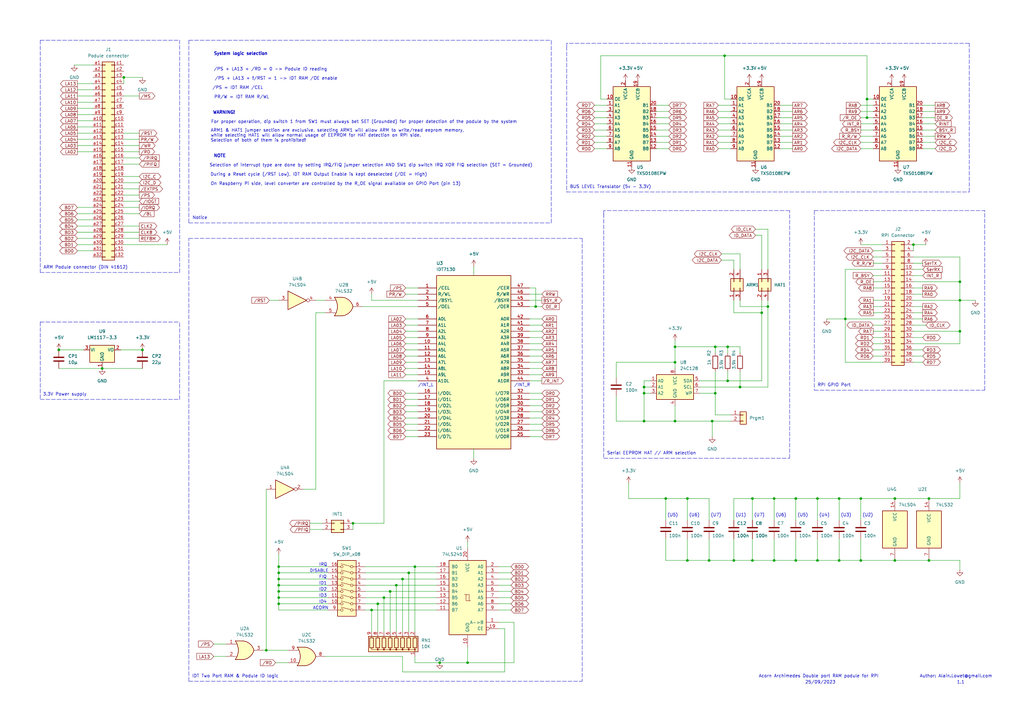
<source format=kicad_sch>
(kicad_sch (version 20211123) (generator eeschema)
  (paper "A3")
  (junction (at 162.56 240.03))
  (junction (at 58.42 143.51))
  (junction (at 114.3 247.65))
  (junction (at 293.37 161.29))
  (junction (at 114.3 237.49))
  (junction (at 335.28 229.87))
  (junction (at 300.99 229.87))
  (junction (at 50.8 31.75))
  (junction (at 298.45 142.24))
  (junction (at 170.18 232.41))
  (junction (at 298.45 156.21))
  (junction (at 290.83 229.87))
  (junction (at 281.94 229.87))
  (junction (at 374.65 100.33))
  (junction (at 326.39 204.47))
  (junction (at 165.1 237.49))
  (junction (at 114.3 240.03))
  (junction (at 276.86 172.72))
  (junction (at 276.86 142.24))
  (junction (at 355.6 48.26))
  (junction (at 355.6 40.64))
  (junction (at 219.71 125.73))
  (junction (at 154.94 247.65))
  (junction (at 281.94 204.47))
  (junction (at 152.4 250.19))
  (junction (at 393.7 115.57))
  (junction (at 308.61 229.87))
  (junction (at 292.1 172.72))
  (junction (at 393.7 135.89))
  (junction (at 317.5 229.87))
  (junction (at 114.3 245.11))
  (junction (at 114.3 232.41))
  (junction (at 144.78 214.63))
  (junction (at 381 204.47))
  (junction (at 297.18 22.86))
  (junction (at 160.02 242.57))
  (junction (at 346.71 130.81))
  (junction (at 344.17 229.87))
  (junction (at 191.77 271.78))
  (junction (at 344.17 204.47))
  (junction (at 317.5 204.47))
  (junction (at 276.86 148.59))
  (junction (at 312.42 128.27))
  (junction (at 264.16 172.72))
  (junction (at 273.05 204.47))
  (junction (at 264.16 161.29))
  (junction (at 314.96 125.73))
  (junction (at 293.37 142.24))
  (junction (at 167.64 234.95))
  (junction (at 180.34 271.78))
  (junction (at 109.22 266.7))
  (junction (at 24.13 143.51))
  (junction (at 114.3 242.57))
  (junction (at 303.53 158.75))
  (junction (at 367.03 204.47))
  (junction (at 367.03 229.87))
  (junction (at 114.3 234.95))
  (junction (at 393.7 123.19))
  (junction (at 326.39 229.87))
  (junction (at 353.06 204.47))
  (junction (at 157.48 245.11))
  (junction (at 335.28 204.47))
  (junction (at 381 229.87))
  (junction (at 353.06 229.87))
  (junction (at 308.61 204.47))
  (junction (at 41.91 151.13))
  (junction (at 264.16 158.75))
  (wire (pts (xy 358.14 102.87) (xy 361.95 102.87)))
  (wire (pts (xy 50.8 62.23) (xy 57.15 62.23)))
  (wire (pts (xy 374.65 118.11) (xy 378.46 118.11)))
  (wire (pts (xy 393.7 140.97) (xy 393.7 135.89)))
  (wire (pts (xy 339.09 130.81) (xy 346.71 130.81)))
  (wire (pts (xy 374.65 148.59) (xy 378.46 148.59)))
  (wire (pts (xy 276.86 172.72) (xy 292.1 172.72)))
  (polyline (pts (xy 226.06 91.44) (xy 226.06 16.51)))
  (wire (pts (xy 353.06 43.18) (xy 358.14 43.18)))
  (wire (pts (xy 309.88 93.98) (xy 314.96 93.98)))
  (wire (pts (xy 134.62 245.11) (xy 114.3 245.11)))
  (wire (pts (xy 353.06 50.8) (xy 358.14 50.8)))
  (wire (pts (xy 243.84 50.8) (xy 248.92 50.8)))
  (wire (pts (xy 287.02 161.29) (xy 293.37 161.29)))
  (wire (pts (xy 154.94 247.65) (xy 179.07 247.65)))
  (wire (pts (xy 393.7 233.68) (xy 393.7 229.87)))
  (wire (pts (xy 166.37 168.91) (xy 171.45 168.91)))
  (polyline (pts (xy 232.41 17.78) (xy 232.41 19.05)))
  (wire (pts (xy 243.84 58.42) (xy 248.92 58.42)))
  (wire (pts (xy 273.05 229.87) (xy 273.05 220.98)))
  (wire (pts (xy 358.14 113.03) (xy 361.95 113.03)))
  (polyline (pts (xy 334.01 160.02) (xy 403.86 160.02)))
  (wire (pts (xy 31.75 59.69) (xy 38.1 59.69)))
  (wire (pts (xy 24.13 143.51) (xy 34.29 143.51)))
  (wire (pts (xy 378.46 55.88) (xy 383.54 55.88)))
  (polyline (pts (xy 334.01 86.36) (xy 403.86 86.36)))
  (wire (pts (xy 308.61 204.47) (xy 308.61 213.36)))
  (polyline (pts (xy 16.51 132.08) (xy 16.51 163.83)))
  (wire (pts (xy 367.03 204.47) (xy 381 204.47)))
  (wire (pts (xy 326.39 204.47) (xy 326.39 213.36)))
  (wire (pts (xy 303.53 158.75) (xy 314.96 158.75)))
  (wire (pts (xy 374.65 120.65) (xy 378.46 120.65)))
  (wire (pts (xy 217.17 179.07) (xy 222.25 179.07)))
  (wire (pts (xy 31.75 92.71) (xy 38.1 92.71)))
  (wire (pts (xy 166.37 138.43) (xy 171.45 138.43)))
  (wire (pts (xy 129.54 200.66) (xy 129.54 128.27)))
  (polyline (pts (xy 77.47 16.51) (xy 77.47 91.44)))
  (wire (pts (xy 294.64 53.34) (xy 299.72 53.34)))
  (wire (pts (xy 374.65 128.27) (xy 378.46 128.27)))
  (wire (pts (xy 290.83 213.36) (xy 290.83 204.47)))
  (wire (pts (xy 166.37 135.89) (xy 171.45 135.89)))
  (polyline (pts (xy 403.86 160.02) (xy 403.86 86.36)))
  (wire (pts (xy 300.99 128.27) (xy 312.42 128.27)))
  (wire (pts (xy 109.22 200.66) (xy 109.22 266.7)))
  (wire (pts (xy 335.28 229.87) (xy 326.39 229.87)))
  (wire (pts (xy 127 217.17) (xy 132.08 217.17)))
  (wire (pts (xy 217.17 143.51) (xy 222.25 143.51)))
  (wire (pts (xy 114.3 250.19) (xy 114.3 247.65)))
  (wire (pts (xy 320.04 43.18) (xy 325.12 43.18)))
  (wire (pts (xy 293.37 170.18) (xy 293.37 161.29)))
  (wire (pts (xy 269.24 55.88) (xy 274.32 55.88)))
  (wire (pts (xy 281.94 229.87) (xy 281.94 220.98)))
  (wire (pts (xy 374.65 146.05) (xy 378.46 146.05)))
  (wire (pts (xy 292.1 172.72) (xy 292.1 179.07)))
  (wire (pts (xy 243.84 45.72) (xy 248.92 45.72)))
  (wire (pts (xy 353.06 60.96) (xy 358.14 60.96)))
  (wire (pts (xy 31.75 97.79) (xy 38.1 97.79)))
  (wire (pts (xy 294.64 60.96) (xy 299.72 60.96)))
  (wire (pts (xy 294.64 55.88) (xy 299.72 55.88)))
  (wire (pts (xy 154.94 247.65) (xy 154.94 259.08)))
  (wire (pts (xy 31.75 90.17) (xy 38.1 90.17)))
  (wire (pts (xy 378.46 48.26) (xy 383.54 48.26)))
  (wire (pts (xy 299.72 170.18) (xy 293.37 170.18)))
  (wire (pts (xy 204.47 240.03) (xy 209.55 240.03)))
  (wire (pts (xy 393.7 229.87) (xy 381 229.87)))
  (wire (pts (xy 166.37 146.05) (xy 171.45 146.05)))
  (wire (pts (xy 50.8 67.31) (xy 57.15 67.31)))
  (wire (pts (xy 31.75 44.45) (xy 38.1 44.45)))
  (wire (pts (xy 335.28 220.98) (xy 335.28 229.87)))
  (wire (pts (xy 157.48 156.21) (xy 171.45 156.21)))
  (wire (pts (xy 217.17 148.59) (xy 222.25 148.59)))
  (wire (pts (xy 204.47 245.11) (xy 209.55 245.11)))
  (wire (pts (xy 194.31 109.22) (xy 194.31 113.03)))
  (wire (pts (xy 148.59 125.73) (xy 171.45 125.73)))
  (wire (pts (xy 300.99 123.19) (xy 300.99 128.27)))
  (polyline (pts (xy 397.51 78.74) (xy 397.51 17.78)))
  (wire (pts (xy 353.06 45.72) (xy 358.14 45.72)))
  (wire (pts (xy 219.71 125.73) (xy 219.71 118.11)))
  (wire (pts (xy 50.8 95.25) (xy 57.15 95.25)))
  (wire (pts (xy 217.17 173.99) (xy 222.25 173.99)))
  (wire (pts (xy 300.99 220.98) (xy 300.99 229.87)))
  (wire (pts (xy 290.83 229.87) (xy 290.83 220.98)))
  (wire (pts (xy 309.88 96.52) (xy 312.42 96.52)))
  (wire (pts (xy 264.16 172.72) (xy 276.86 172.72)))
  (wire (pts (xy 320.04 53.34) (xy 325.12 53.34)))
  (wire (pts (xy 157.48 245.11) (xy 179.07 245.11)))
  (wire (pts (xy 320.04 48.26) (xy 325.12 48.26)))
  (wire (pts (xy 113.03 271.78) (xy 118.11 271.78)))
  (wire (pts (xy 134.62 232.41) (xy 114.3 232.41)))
  (wire (pts (xy 299.72 40.64) (xy 297.18 40.64)))
  (wire (pts (xy 114.3 237.49) (xy 114.3 234.95)))
  (wire (pts (xy 303.53 142.24) (xy 298.45 142.24)))
  (wire (pts (xy 217.17 120.65) (xy 222.25 120.65)))
  (wire (pts (xy 297.18 22.86) (xy 297.18 40.64)))
  (wire (pts (xy 353.06 55.88) (xy 358.14 55.88)))
  (wire (pts (xy 273.05 204.47) (xy 257.81 204.47)))
  (wire (pts (xy 31.75 41.91) (xy 38.1 41.91)))
  (wire (pts (xy 355.6 48.26) (xy 358.14 48.26)))
  (wire (pts (xy 298.45 156.21) (xy 312.42 156.21)))
  (wire (pts (xy 24.13 151.13) (xy 41.91 151.13)))
  (wire (pts (xy 210.82 255.27) (xy 204.47 255.27)))
  (wire (pts (xy 290.83 204.47) (xy 281.94 204.47)))
  (wire (pts (xy 293.37 142.24) (xy 276.86 142.24)))
  (wire (pts (xy 374.65 133.35) (xy 379.73 133.35)))
  (wire (pts (xy 217.17 163.83) (xy 222.25 163.83)))
  (wire (pts (xy 191.77 222.25) (xy 191.77 224.79)))
  (wire (pts (xy 219.71 125.73) (xy 222.25 125.73)))
  (wire (pts (xy 134.62 237.49) (xy 114.3 237.49)))
  (wire (pts (xy 358.14 146.05) (xy 361.95 146.05)))
  (wire (pts (xy 346.71 148.59) (xy 346.71 130.81)))
  (wire (pts (xy 31.75 36.83) (xy 38.1 36.83)))
  (wire (pts (xy 134.62 250.19) (xy 114.3 250.19)))
  (wire (pts (xy 353.06 53.34) (xy 358.14 53.34)))
  (wire (pts (xy 165.1 237.49) (xy 165.1 259.08)))
  (wire (pts (xy 149.86 237.49) (xy 165.1 237.49)))
  (wire (pts (xy 246.38 40.64) (xy 248.92 40.64)))
  (polyline (pts (xy 323.85 86.36) (xy 247.65 86.36)))
  (wire (pts (xy 353.06 100.33) (xy 361.95 100.33)))
  (wire (pts (xy 31.75 102.87) (xy 38.1 102.87)))
  (wire (pts (xy 243.84 60.96) (xy 248.92 60.96)))
  (wire (pts (xy 217.17 138.43) (xy 222.25 138.43)))
  (wire (pts (xy 335.28 204.47) (xy 326.39 204.47)))
  (wire (pts (xy 393.7 115.57) (xy 374.65 115.57)))
  (wire (pts (xy 264.16 156.21) (xy 264.16 158.75)))
  (wire (pts (xy 50.8 72.39) (xy 57.15 72.39)))
  (wire (pts (xy 269.24 60.96) (xy 274.32 60.96)))
  (wire (pts (xy 114.3 242.57) (xy 114.3 240.03)))
  (wire (pts (xy 166.37 173.99) (xy 171.45 173.99)))
  (wire (pts (xy 219.71 118.11) (xy 217.17 118.11)))
  (wire (pts (xy 31.75 95.25) (xy 38.1 95.25)))
  (wire (pts (xy 358.14 125.73) (xy 361.95 125.73)))
  (wire (pts (xy 335.28 204.47) (xy 335.28 213.36)))
  (wire (pts (xy 149.86 245.11) (xy 157.48 245.11)))
  (wire (pts (xy 171.45 123.19) (xy 152.4 123.19)))
  (wire (pts (xy 217.17 140.97) (xy 222.25 140.97)))
  (wire (pts (xy 374.65 130.81) (xy 378.46 130.81)))
  (wire (pts (xy 207.01 257.81) (xy 204.47 257.81)))
  (wire (pts (xy 367.03 204.47) (xy 353.06 204.47)))
  (wire (pts (xy 393.7 105.41) (xy 374.65 105.41)))
  (wire (pts (xy 180.34 271.78) (xy 191.77 271.78)))
  (wire (pts (xy 264.16 158.75) (xy 266.7 158.75)))
  (wire (pts (xy 149.86 250.19) (xy 152.4 250.19)))
  (wire (pts (xy 167.64 234.95) (xy 179.07 234.95)))
  (wire (pts (xy 157.48 245.11) (xy 157.48 259.08)))
  (wire (pts (xy 50.8 31.75) (xy 50.8 34.29)))
  (wire (pts (xy 393.7 204.47) (xy 381 204.47)))
  (polyline (pts (xy 73.66 163.83) (xy 73.66 132.08)))
  (wire (pts (xy 326.39 220.98) (xy 326.39 229.87)))
  (wire (pts (xy 314.96 93.98) (xy 314.96 110.49)))
  (wire (pts (xy 314.96 123.19) (xy 314.96 125.73)))
  (wire (pts (xy 320.04 60.96) (xy 325.12 60.96)))
  (wire (pts (xy 167.64 234.95) (xy 167.64 259.08)))
  (wire (pts (xy 353.06 204.47) (xy 353.06 213.36)))
  (wire (pts (xy 298.45 142.24) (xy 293.37 142.24)))
  (wire (pts (xy 246.38 22.86) (xy 297.18 22.86)))
  (wire (pts (xy 269.24 43.18) (xy 274.32 43.18)))
  (wire (pts (xy 114.3 247.65) (xy 114.3 245.11)))
  (wire (pts (xy 166.37 143.51) (xy 171.45 143.51)))
  (wire (pts (xy 312.42 128.27) (xy 312.42 156.21)))
  (wire (pts (xy 358.14 133.35) (xy 361.95 133.35)))
  (wire (pts (xy 335.28 229.87) (xy 344.17 229.87)))
  (wire (pts (xy 276.86 142.24) (xy 276.86 148.59)))
  (wire (pts (xy 144.78 214.63) (xy 144.78 217.17)))
  (wire (pts (xy 374.65 100.33) (xy 379.73 100.33)))
  (wire (pts (xy 276.86 166.37) (xy 276.86 172.72)))
  (wire (pts (xy 217.17 166.37) (xy 222.25 166.37)))
  (wire (pts (xy 312.42 96.52) (xy 312.42 110.49)))
  (wire (pts (xy 358.14 105.41) (xy 361.95 105.41)))
  (wire (pts (xy 166.37 118.11) (xy 171.45 118.11)))
  (polyline (pts (xy 334.01 86.36) (xy 334.01 160.02)))
  (wire (pts (xy 217.17 156.21) (xy 222.25 156.21)))
  (wire (pts (xy 50.8 92.71) (xy 57.15 92.71)))
  (wire (pts (xy 31.75 46.99) (xy 38.1 46.99)))
  (wire (pts (xy 166.37 176.53) (xy 171.45 176.53)))
  (polyline (pts (xy 77.47 97.79) (xy 238.76 97.79)))
  (wire (pts (xy 344.17 229.87) (xy 353.06 229.87)))
  (wire (pts (xy 374.65 100.33) (xy 374.65 102.87)))
  (wire (pts (xy 303.53 152.4) (xy 303.53 158.75)))
  (wire (pts (xy 295.91 106.68) (xy 300.99 106.68)))
  (wire (pts (xy 50.8 64.77) (xy 57.15 64.77)))
  (wire (pts (xy 217.17 125.73) (xy 219.71 125.73)))
  (wire (pts (xy 294.64 43.18) (xy 299.72 43.18)))
  (wire (pts (xy 49.53 143.51) (xy 58.42 143.51)))
  (wire (pts (xy 308.61 229.87) (xy 308.61 220.98)))
  (wire (pts (xy 114.3 245.11) (xy 114.3 242.57)))
  (wire (pts (xy 31.75 62.23) (xy 38.1 62.23)))
  (wire (pts (xy 374.65 107.95) (xy 378.46 107.95)))
  (wire (pts (xy 294.64 45.72) (xy 299.72 45.72)))
  (wire (pts (xy 264.16 161.29) (xy 264.16 172.72)))
  (wire (pts (xy 317.5 204.47) (xy 317.5 213.36)))
  (wire (pts (xy 30.48 26.67) (xy 38.1 26.67)))
  (wire (pts (xy 300.99 229.87) (xy 290.83 229.87)))
  (wire (pts (xy 353.06 229.87) (xy 367.03 229.87)))
  (wire (pts (xy 252.73 172.72) (xy 264.16 172.72)))
  (wire (pts (xy 358.14 107.95) (xy 361.95 107.95)))
  (wire (pts (xy 243.84 55.88) (xy 248.92 55.88)))
  (wire (pts (xy 31.75 49.53) (xy 38.1 49.53)))
  (polyline (pts (xy 16.51 163.83) (xy 73.66 163.83)))
  (wire (pts (xy 361.95 148.59) (xy 346.71 148.59)))
  (wire (pts (xy 344.17 220.98) (xy 344.17 229.87)))
  (wire (pts (xy 50.8 31.75) (xy 58.42 31.75)))
  (wire (pts (xy 393.7 135.89) (xy 393.7 123.19)))
  (polyline (pts (xy 77.47 91.44) (xy 226.06 91.44)))
  (wire (pts (xy 31.75 39.37) (xy 38.1 39.37)))
  (wire (pts (xy 166.37 148.59) (xy 171.45 148.59)))
  (wire (pts (xy 300.99 204.47) (xy 308.61 204.47)))
  (wire (pts (xy 293.37 161.29) (xy 293.37 152.4)))
  (wire (pts (xy 50.8 100.33) (xy 68.58 100.33)))
  (wire (pts (xy 266.7 156.21) (xy 264.16 156.21)))
  (polyline (pts (xy 77.47 16.51) (xy 226.06 16.51)))
  (wire (pts (xy 204.47 232.41) (xy 209.55 232.41)))
  (wire (pts (xy 217.17 133.35) (xy 222.25 133.35)))
  (wire (pts (xy 114.3 232.41) (xy 114.3 227.33)))
  (wire (pts (xy 217.17 168.91) (xy 222.25 168.91)))
  (wire (pts (xy 303.53 104.14) (xy 303.53 110.49)))
  (wire (pts (xy 393.7 123.19) (xy 400.05 123.19)))
  (polyline (pts (xy 232.41 78.74) (xy 397.51 78.74)))
  (wire (pts (xy 308.61 229.87) (xy 300.99 229.87)))
  (polyline (pts (xy 247.65 87.63) (xy 247.65 187.96)))
  (wire (pts (xy 294.64 48.26) (xy 299.72 48.26)))
  (wire (pts (xy 312.42 123.19) (xy 312.42 128.27)))
  (wire (pts (xy 217.17 130.81) (xy 222.25 130.81)))
  (wire (pts (xy 162.56 240.03) (xy 162.56 259.08)))
  (wire (pts (xy 152.4 250.19) (xy 152.4 259.08)))
  (wire (pts (xy 191.77 271.78) (xy 210.82 271.78)))
  (wire (pts (xy 367.03 229.87) (xy 381 229.87)))
  (wire (pts (xy 287.02 156.21) (xy 298.45 156.21)))
  (wire (pts (xy 269.24 58.42) (xy 274.32 58.42)))
  (wire (pts (xy 358.14 128.27) (xy 361.95 128.27)))
  (wire (pts (xy 129.54 128.27) (xy 133.35 128.27)))
  (wire (pts (xy 393.7 135.89) (xy 374.65 135.89)))
  (wire (pts (xy 294.64 58.42) (xy 299.72 58.42)))
  (wire (pts (xy 50.8 54.61) (xy 57.15 54.61)))
  (wire (pts (xy 165.1 269.24) (xy 165.1 275.59)))
  (wire (pts (xy 243.84 53.34) (xy 248.92 53.34)))
  (wire (pts (xy 374.65 125.73) (xy 378.46 125.73)))
  (wire (pts (xy 166.37 166.37) (xy 171.45 166.37)))
  (wire (pts (xy 276.86 139.7) (xy 276.86 142.24)))
  (wire (pts (xy 166.37 151.13) (xy 171.45 151.13)))
  (wire (pts (xy 170.18 271.78) (xy 180.34 271.78)))
  (wire (pts (xy 170.18 232.41) (xy 170.18 259.08)))
  (polyline (pts (xy 16.51 132.08) (xy 73.66 132.08)))
  (wire (pts (xy 353.06 204.47) (xy 344.17 204.47)))
  (wire (pts (xy 374.65 110.49) (xy 378.46 110.49)))
  (wire (pts (xy 269.24 50.8) (xy 274.32 50.8)))
  (wire (pts (xy 149.86 232.41) (xy 170.18 232.41)))
  (wire (pts (xy 393.7 198.12) (xy 393.7 204.47)))
  (wire (pts (xy 50.8 80.01) (xy 57.15 80.01)))
  (wire (pts (xy 107.95 266.7) (xy 109.22 266.7)))
  (wire (pts (xy 166.37 133.35) (xy 171.45 133.35)))
  (wire (pts (xy 293.37 142.24) (xy 293.37 144.78)))
  (wire (pts (xy 31.75 52.07) (xy 38.1 52.07)))
  (wire (pts (xy 157.48 214.63) (xy 157.48 156.21)))
  (wire (pts (xy 166.37 179.07) (xy 171.45 179.07)))
  (polyline (pts (xy 16.51 16.51) (xy 73.66 16.51)))
  (wire (pts (xy 353.06 58.42) (xy 358.14 58.42)))
  (wire (pts (xy 326.39 229.87) (xy 317.5 229.87)))
  (wire (pts (xy 133.35 269.24) (xy 165.1 269.24)))
  (wire (pts (xy 204.47 242.57) (xy 209.55 242.57)))
  (wire (pts (xy 50.8 77.47) (xy 57.15 77.47)))
  (wire (pts (xy 87.63 269.24) (xy 92.71 269.24)))
  (wire (pts (xy 281.94 229.87) (xy 273.05 229.87)))
  (wire (pts (xy 252.73 162.56) (xy 252.73 172.72)))
  (wire (pts (xy 320.04 50.8) (xy 325.12 50.8)))
  (polyline (pts (xy 238.76 97.79) (xy 238.76 279.4)))
  (wire (pts (xy 264.16 161.29) (xy 266.7 161.29)))
  (wire (pts (xy 50.8 59.69) (xy 57.15 59.69)))
  (wire (pts (xy 129.54 123.19) (xy 133.35 123.19)))
  (wire (pts (xy 243.84 43.18) (xy 248.92 43.18)))
  (wire (pts (xy 204.47 247.65) (xy 209.55 247.65)))
  (wire (pts (xy 344.17 204.47) (xy 335.28 204.47)))
  (wire (pts (xy 166.37 120.65) (xy 171.45 120.65)))
  (wire (pts (xy 297.18 22.86) (xy 355.6 22.86)))
  (wire (pts (xy 393.7 123.19) (xy 374.65 123.19)))
  (wire (pts (xy 134.62 247.65) (xy 114.3 247.65)))
  (wire (pts (xy 346.71 110.49) (xy 361.95 110.49)))
  (wire (pts (xy 170.18 269.24) (xy 170.18 271.78)))
  (wire (pts (xy 326.39 204.47) (xy 317.5 204.47)))
  (wire (pts (xy 355.6 22.86) (xy 355.6 40.64)))
  (wire (pts (xy 378.46 58.42) (xy 383.54 58.42)))
  (wire (pts (xy 191.77 271.78) (xy 191.77 265.43)))
  (wire (pts (xy 358.14 138.43) (xy 361.95 138.43)))
  (wire (pts (xy 152.4 123.19) (xy 152.4 120.65)))
  (wire (pts (xy 317.5 220.98) (xy 317.5 229.87)))
  (wire (pts (xy 317.5 229.87) (xy 308.61 229.87)))
  (wire (pts (xy 114.3 234.95) (xy 114.3 232.41)))
  (wire (pts (xy 217.17 135.89) (xy 222.25 135.89)))
  (wire (pts (xy 299.72 172.72) (xy 292.1 172.72)))
  (wire (pts (xy 152.4 250.19) (xy 179.07 250.19)))
  (wire (pts (xy 149.86 247.65) (xy 154.94 247.65)))
  (wire (pts (xy 358.14 118.11) (xy 361.95 118.11)))
  (wire (pts (xy 50.8 87.63) (xy 57.15 87.63)))
  (wire (pts (xy 355.6 48.26) (xy 355.6 40.64)))
  (polyline (pts (xy 232.41 19.05) (xy 232.41 78.74)))
  (wire (pts (xy 166.37 140.97) (xy 171.45 140.97)))
  (wire (pts (xy 50.8 85.09) (xy 57.15 85.09)))
  (wire (pts (xy 320.04 45.72) (xy 325.12 45.72)))
  (wire (pts (xy 355.6 40.64) (xy 358.14 40.64)))
  (wire (pts (xy 217.17 171.45) (xy 222.25 171.45)))
  (wire (pts (xy 317.5 204.47) (xy 308.61 204.47)))
  (wire (pts (xy 50.8 74.93) (xy 57.15 74.93)))
  (wire (pts (xy 207.01 275.59) (xy 207.01 257.81)))
  (wire (pts (xy 298.45 142.24) (xy 298.45 144.78)))
  (wire (pts (xy 114.3 240.03) (xy 114.3 237.49)))
  (wire (pts (xy 204.47 234.95) (xy 209.55 234.95)))
  (wire (pts (xy 217.17 151.13) (xy 222.25 151.13)))
  (wire (pts (xy 166.37 161.29) (xy 171.45 161.29)))
  (wire (pts (xy 109.22 266.7) (xy 118.11 266.7)))
  (wire (pts (xy 114.3 234.95) (xy 134.62 234.95)))
  (wire (pts (xy 358.14 115.57) (xy 361.95 115.57)))
  (wire (pts (xy 134.62 242.57) (xy 114.3 242.57)))
  (wire (pts (xy 204.47 250.19) (xy 209.55 250.19)))
  (polyline (pts (xy 73.66 111.76) (xy 73.66 16.51)))
  (wire (pts (xy 303.53 125.73) (xy 314.96 125.73)))
  (wire (pts (xy 166.37 130.81) (xy 171.45 130.81)))
  (wire (pts (xy 127 214.63) (xy 132.08 214.63)))
  (wire (pts (xy 110.49 123.19) (xy 114.3 123.19)))
  (wire (pts (xy 41.91 151.13) (xy 58.42 151.13)))
  (wire (pts (xy 393.7 123.19) (xy 393.7 115.57)))
  (wire (pts (xy 358.14 140.97) (xy 361.95 140.97)))
  (polyline (pts (xy 397.51 17.78) (xy 232.41 17.78)))
  (wire (pts (xy 160.02 242.57) (xy 179.07 242.57)))
  (wire (pts (xy 300.99 213.36) (xy 300.99 204.47)))
  (wire (pts (xy 160.02 242.57) (xy 160.02 259.08)))
  (polyline (pts (xy 247.65 187.96) (xy 323.85 187.96)))
  (wire (pts (xy 217.17 146.05) (xy 222.25 146.05)))
  (wire (pts (xy 166.37 163.83) (xy 171.45 163.83)))
  (wire (pts (xy 295.91 104.14) (xy 303.53 104.14)))
  (wire (pts (xy 374.65 140.97) (xy 393.7 140.97)))
  (wire (pts (xy 358.14 143.51) (xy 361.95 143.51)))
  (wire (pts (xy 320.04 55.88) (xy 325.12 55.88)))
  (wire (pts (xy 162.56 240.03) (xy 179.07 240.03)))
  (wire (pts (xy 378.46 60.96) (xy 383.54 60.96)))
  (wire (pts (xy 252.73 148.59) (xy 276.86 148.59)))
  (wire (pts (xy 378.46 53.34) (xy 383.54 53.34)))
  (wire (pts (xy 298.45 152.4) (xy 298.45 156.21)))
  (wire (pts (xy 194.31 184.15) (xy 194.31 187.96)))
  (wire (pts (xy 165.1 275.59) (xy 207.01 275.59)))
  (wire (pts (xy 269.24 48.26) (xy 274.32 48.26)))
  (wire (pts (xy 134.62 240.03) (xy 114.3 240.03)))
  (wire (pts (xy 166.37 153.67) (xy 171.45 153.67)))
  (wire (pts (xy 217.17 161.29) (xy 222.25 161.29)))
  (wire (pts (xy 378.46 45.72) (xy 383.54 45.72)))
  (wire (pts (xy 252.73 154.94) (xy 252.73 148.59)))
  (wire (pts (xy 378.46 50.8) (xy 383.54 50.8)))
  (wire (pts (xy 374.65 138.43) (xy 378.46 138.43)))
  (wire (pts (xy 344.17 204.47) (xy 344.17 213.36)))
  (wire (pts (xy 346.71 130.81) (xy 361.95 130.81)))
  (wire (pts (xy 166.37 171.45) (xy 171.45 171.45)))
  (wire (pts (xy 50.8 57.15) (xy 57.15 57.15)))
  (wire (pts (xy 149.86 242.57) (xy 160.02 242.57)))
  (wire (pts (xy 204.47 237.49) (xy 209.55 237.49)))
  (wire (pts (xy 87.63 264.16) (xy 92.71 264.16)))
  (wire (pts (xy 281.94 204.47) (xy 281.94 213.36)))
  (wire (pts (xy 294.64 50.8) (xy 299.72 50.8)))
  (wire (pts (xy 149.86 240.03) (xy 162.56 240.03)))
  (wire (pts (xy 273.05 204.47) (xy 273.05 213.36)))
  (wire (pts (xy 149.86 234.95) (xy 167.64 234.95)))
  (wire (pts (xy 300.99 106.68) (xy 300.99 110.49)))
  (wire (pts (xy 378.46 43.18) (xy 383.54 43.18)))
  (wire (pts (xy 210.82 271.78) (xy 210.82 255.27)))
  (wire (pts (xy 346.71 130.81) (xy 346.71 110.49)))
  (wire (pts (xy 144.78 214.63) (xy 157.48 214.63)))
  (wire (pts (xy 276.86 148.59) (xy 276.86 151.13)))
  (wire (pts (xy 217.17 153.67) (xy 222.25 153.67)))
  (wire (pts (xy 246.38 40.64) (xy 246.38 22.86)))
  (wire (pts (xy 320.04 58.42) (xy 325.12 58.42)))
  (wire (pts (xy 290.83 229.87) (xy 281.94 229.87)))
  (wire (pts (xy 50.8 82.55) (xy 57.15 82.55)))
  (wire (pts (xy 374.65 113.03) (xy 378.46 113.03)))
  (wire (pts (xy 281.94 204.47) (xy 273.05 204.47)))
  (wire (pts (xy 269.24 45.72) (xy 274.32 45.72)))
  (wire (pts (xy 170.18 232.41) (xy 179.07 232.41)))
  (polyline (pts (xy 77.47 279.4) (xy 77.47 97.79)))
  (wire (pts (xy 50.8 39.37) (xy 57.15 39.37)))
  (wire (pts (xy 217.17 123.19) (xy 222.25 123.19)))
  (wire (pts (xy 314.96 125.73) (xy 314.96 158.75)))
  (polyline (pts (xy 247.65 86.36) (xy 247.65 88.9)))
  (wire (pts (xy 353.06 220.98) (xy 353.06 229.87)))
  (wire (pts (xy 31.75 34.29) (xy 38.1 34.29)))
  (wire (pts (xy 287.02 158.75) (xy 303.53 158.75)))
  (wire (pts (xy 243.84 48.26) (xy 248.92 48.26)))
  (wire (pts (xy 358.14 123.19) (xy 361.95 123.19)))
  (wire (pts (xy 353.06 48.26) (xy 355.6 48.26)))
  (wire (pts (xy 31.75 85.09) (xy 38.1 85.09)))
  (polyline (pts (xy 77.47 279.4) (xy 238.76 279.4)))
  (wire (pts (xy 124.46 200.66) (xy 129.54 200.66)))
  (wire (pts (xy 374.65 143.51) (xy 378.46 143.51)))
  (wire (pts (xy 165.1 237.49) (xy 179.07 237.49)))
  (wire (pts (xy 303.53 144.78) (xy 303.53 142.24)))
  (wire (pts (xy 264.16 158.75) (xy 264.16 161.29)))
  (wire (pts (xy 31.75 87.63) (xy 38.1 87.63)))
  (wire (pts (xy 303.53 123.19) (xy 303.53 125.73)))
  (wire (pts (xy 257.81 204.47) (xy 257.81 198.12)))
  (wire (pts (xy 31.75 100.33) (xy 38.1 100.33)))
  (wire (pts (xy 31.75 57.15) (xy 38.1 57.15)))
  (polyline (pts (xy 323.85 187.96) (xy 323.85 86.36)))
  (wire (pts (xy 393.7 115.57) (xy 393.7 105.41)))
  (wire (pts (xy 217.17 176.53) (xy 222.25 176.53)))
  (wire (pts (xy 358.14 135.89) (xy 361.95 135.89)))
  (polyline (pts (xy 16.51 16.51) (xy 16.51 111.76)))
  (wire (pts (xy 50.8 97.79) (xy 57.15 97.79)))
  (wire (pts (xy 31.75 54.61) (xy 38.1 54.61)))
  (wire (pts (xy 269.24 53.34) (xy 274.32 53.34)))
  (polyline (pts (xy 16.51 111.76) (xy 73.66 111.76)))
  (text "(U5)" (at 331.47 212.09 180) (effects (font (size 1.27 1.27)) (justify right bottom)))
  (text "RPI GPIO Port" (at 335.28 158.75 0) (effects (font (size 1.27 1.27)) (justify left bottom)))
  (text "For proper operation, dip switch 1 from SW1 must always bet SET (Grounded) for proper detection of the podule by the system" (at 212.09 50.8 180) (effects (font (size 1.27 1.27)) (justify right bottom)))
  (text "(U4)" (at 340.36 212.09 180) (effects (font (size 1.27 1.27)) (justify right bottom)))
  (text "ARM Podule connector (DIN 41612)" (at 17.78 110.49 0) (effects (font (size 1.27 1.27)) (justify left bottom)))
  (text "System logic selection" (at 87.63 22.86 0) (effects (font (size 1.27 1.27) (thickness 0.254) bold) (justify left bottom)))
  (text "ID3" (at 130.81 245.11 0) (effects (font (size 1.27 1.27)) (justify left bottom)))
  (text "NOTE" (at 92.71 64.77 180) (effects (font (size 1.27 1.27) (thickness 0.254) bold) (justify right bottom)))
  (text "(U2)" (at 358.14 212.09 180) (effects (font (size 1.27 1.27)) (justify right bottom)))
  (text "(U7)" (at 295.91 212.09 180) (effects (font (size 1.27 1.27)) (justify right bottom)))
  (text "ARM1 & HAT1 jumper section are exclusive, selecting ARM1 will allow ARM to write/read eeprom memory, \nwhile selecting HAT1 will allow normal usage of EEPROM for HAT detection on RPI side.\nSelection of both of them is prohibited!" (at 86.36 58.42 0) (effects (font (size 1.27 1.27)) (justify left bottom)))
  (text "ID2" (at 130.81 242.57 0) (effects (font (size 1.27 1.27)) (justify left bottom)))
  (text "(U3)" (at 349.25 212.09 180) (effects (font (size 1.27 1.27)) (justify right bottom)))
  (text "(U7)" (at 313.69 212.09 180) (effects (font (size 1.27 1.27)) (justify right bottom)))
  (text "Acorn Archimedes Double port RAM podule for RPI" (at 311.15 278.13 0) (effects (font (size 1.27 1.27)) (justify left bottom)))
  (text "Notice" (at 85.09 90.17 180) (effects (font (size 1.27 1.27)) (justify right bottom)))
  (text "WARNING!" (at 96.52 46.99 180) (effects (font (size 1.27 1.27) (thickness 0.254) bold) (justify right bottom)))
  (text "On Raspberry Pi side, level converter are controlled by the R_OE signal available on GPIO Port (pin 13)" (at 86.36 76.2 0) (effects (font (size 1.27 1.27)) (justify left bottom)))
  (text "(U1)" (at 306.07 212.09 180) (effects (font (size 1.27 1.27)) (justify right bottom)))
  (text "(U5)" (at 278.13 212.09 180) (effects (font (size 1.27 1.27)) (justify right bottom)))
  (text "3.3V Power supply" (at 35.56 162.56 180) (effects (font (size 1.27 1.27)) (justify right bottom)))
  (text "Serial EEPROM HAT // ARM selection" (at 248.92 186.69 0) (effects (font (size 1.27 1.27)) (justify left bottom)))
  (text "1.1\n" (at 392.43 280.67 0) (effects (font (size 1.27 1.27)) (justify left bottom)))
  (text "Selection of interrupt type are done by setting IRQ/FIQ jumper selection AND SW1 dip switch IRQ XOR FIQ selection (SET = Grounded)" (at 218.44 68.58 180) (effects (font (size 1.27 1.27)) (justify right bottom)))
  (text "FIQ" (at 130.81 237.49 0) (effects (font (size 1.27 1.27)) (justify left bottom)))
  (text "/INT_R" (at 210.82 158.75 0) (effects (font (size 1.27 1.27)) (justify left bottom)))
  (text "ID4" (at 130.81 247.65 0) (effects (font (size 1.27 1.27)) (justify left bottom)))
  (text "/PS + LA13 + !/RST = 1 -> IDT RAM /OE enable" (at 138.43 33.02 180) (effects (font (size 1.27 1.27)) (justify right bottom)))
  (text "(U6)" (at 322.58 212.09 180) (effects (font (size 1.27 1.27)) (justify right bottom)))
  (text "BUS LEVEL Translator (5v - 3.3V)" (at 233.68 77.47 0) (effects (font (size 1.27 1.27)) (justify left bottom)))
  (text "/INT_L" (at 171.45 158.75 0) (effects (font (size 1.27 1.27)) (justify left bottom)))
  (text "IDT Two Port RAM & Podule ID logic" (at 78.74 278.13 0) (effects (font (size 1.27 1.27)) (justify left bottom)))
  (text "/PS + LA13 + /RD = 0 -> Podule ID reading" (at 87.63 29.21 0) (effects (font (size 1.27 1.27)) (justify left bottom)))
  (text "(U6)" (at 287.02 212.09 180) (effects (font (size 1.27 1.27)) (justify right bottom)))
  (text "Author: Alain.Lowet@gmail.com" (at 377.19 278.13 0) (effects (font (size 1.27 1.27)) (justify left bottom)))
  (text "ID1" (at 130.81 240.03 0) (effects (font (size 1.27 1.27)) (justify left bottom)))
  (text "25/09/2023" (at 330.2 280.67 0) (effects (font (size 1.27 1.27)) (justify left bottom)))
  (text "IRQ" (at 130.81 232.41 0) (effects (font (size 1.27 1.27)) (justify left bottom)))
  (text "DISABLE" (at 127 234.95 0) (effects (font (size 1.27 1.27)) (justify left bottom)))
  (text "PR/W = IDT RAM R/WL" (at 110.49 40.64 180) (effects (font (size 1.27 1.27)) (justify right bottom)))
  (text "ACORN" (at 128.27 250.19 0) (effects (font (size 1.27 1.27)) (justify left bottom)))
  (text "/PS = IDT RAM /CEL" (at 107.95 36.83 180) (effects (font (size 1.27 1.27)) (justify right bottom)))
  (text "During a Reset cycle (/RST Low), IDT RAM Output Enable is kept deselected (/OE = High)" (at 175.26 72.39 180) (effects (font (size 1.27 1.27)) (justify right bottom)))
  (global_label "BD2" (shape bidirectional) (at 166.37 166.37 180) (property "Intersheet References" "${INTERSHEET_REFS}" (effects hide)))
  (global_label "DR4" (shape bidirectional) (at 274.32 50.8 0) (property "Intersheet References" "${INTERSHEET_REFS}" (effects hide)))
  (global_label "{slash}RD" (shape output) (at 57.15 62.23 0) (property "Intersheet References" "${INTERSHEET_REFS}" (effects hide)))
  (global_label "{slash}PIFQ" (shape input) (at 57.15 67.31 0) (property "Intersheet References" "${INTERSHEET_REFS}" (effects hide)))
  (global_label "I2C_C" (shape bidirectional) (at 57.15 72.39 0) (property "Intersheet References" "${INTERSHEET_REFS}" (effects hide)))
  (global_label "RD6" (shape bidirectional) (at 358.14 146.05 180) (property "Intersheet References" "${INTERSHEET_REFS}" (effects hide)))
  (global_label "BD0" (shape bidirectional) (at 166.37 161.29 180) (property "Intersheet References" "${INTERSHEET_REFS}" (effects hide)))
  (global_label "AR0" (shape input) (at 222.25 130.81 0) (property "Intersheet References" "${INTERSHEET_REFS}" (effects hide)))
  (global_label "DR0" (shape bidirectional) (at 274.32 60.96 0) (property "Intersheet References" "${INTERSHEET_REFS}" (effects hide)))
  (global_label "INT_R" (shape input) (at 378.46 113.03 0) (property "Intersheet References" "${INTERSHEET_REFS}" (effects hide)))
  (global_label "BD4" (shape bidirectional) (at 209.55 242.57 0) (property "Intersheet References" "${INTERSHEET_REFS}" (effects hide)))
  (global_label "RA8" (shape output) (at 358.14 118.11 180) (property "Intersheet References" "${INTERSHEET_REFS}" (effects hide)))
  (global_label "LA11" (shape input) (at 166.37 153.67 180) (property "Intersheet References" "${INTERSHEET_REFS}" (effects hide)))
  (global_label "BD3" (shape bidirectional) (at 209.55 240.03 0) (property "Intersheet References" "${INTERSHEET_REFS}" (effects hide)))
  (global_label "LA13" (shape input) (at 87.63 269.24 180) (property "Intersheet References" "${INTERSHEET_REFS}" (effects hide)))
  (global_label "LA03" (shape input) (at 166.37 133.35 180) (property "Intersheet References" "${INTERSHEET_REFS}" (effects hide)))
  (global_label "AR8" (shape input) (at 222.25 151.13 0) (property "Intersheet References" "${INTERSHEET_REFS}" (effects hide)))
  (global_label "I2C_C" (shape bidirectional) (at 383.54 58.42 0) (property "Intersheet References" "${INTERSHEET_REFS}" (effects hide)))
  (global_label "BD5" (shape bidirectional) (at 209.55 245.11 0) (property "Intersheet References" "${INTERSHEET_REFS}" (effects hide)))
  (global_label "ID_DATA" (shape bidirectional) (at 358.14 133.35 180) (property "Intersheet References" "${INTERSHEET_REFS}" (effects hide)))
  (global_label "AR9" (shape output) (at 383.54 45.72 0) (property "Intersheet References" "${INTERSHEET_REFS}" (effects hide)))
  (global_label "BD1" (shape bidirectional) (at 209.55 234.95 0) (property "Intersheet References" "${INTERSHEET_REFS}" (effects hide)))
  (global_label "BD5" (shape bidirectional) (at 31.75 90.17 180) (property "Intersheet References" "${INTERSHEET_REFS}" (effects hide)))
  (global_label "RA4" (shape input) (at 294.64 50.8 180) (property "Intersheet References" "${INTERSHEET_REFS}" (effects hide)))
  (global_label "LA10" (shape input) (at 166.37 151.13 180) (property "Intersheet References" "${INTERSHEET_REFS}" (effects hide)))
  (global_label "LA03" (shape output) (at 31.75 59.69 180) (property "Intersheet References" "${INTERSHEET_REFS}" (effects hide)))
  (global_label "INT_R" (shape output) (at 353.06 50.8 180) (property "Intersheet References" "${INTERSHEET_REFS}" (effects hide)))
  (global_label "OE_R" (shape output) (at 383.54 48.26 0) (property "Intersheet References" "${INTERSHEET_REFS}" (effects hide)))
  (global_label "LA12" (shape output) (at 31.75 36.83 180) (property "Intersheet References" "${INTERSHEET_REFS}" (effects hide)))
  (global_label "ID_CLK" (shape bidirectional) (at 379.73 133.35 0) (property "Intersheet References" "${INTERSHEET_REFS}" (effects hide)))
  (global_label "AR4" (shape output) (at 325.12 50.8 0) (property "Intersheet References" "${INTERSHEET_REFS}" (effects hide)))
  (global_label "RD6" (shape bidirectional) (at 243.84 45.72 180) (property "Intersheet References" "${INTERSHEET_REFS}" (effects hide)))
  (global_label "AR5" (shape input) (at 222.25 143.51 0) (property "Intersheet References" "${INTERSHEET_REFS}" (effects hide)))
  (global_label "BD7" (shape bidirectional) (at 31.75 85.09 180) (property "Intersheet References" "${INTERSHEET_REFS}" (effects hide)))
  (global_label "RD2" (shape bidirectional) (at 243.84 55.88 180) (property "Intersheet References" "${INTERSHEET_REFS}" (effects hide)))
  (global_label "{slash}R_OE" (shape input) (at 353.06 48.26 180) (property "Intersheet References" "${INTERSHEET_REFS}" (effects hide)))
  (global_label "RD0" (shape bidirectional) (at 243.84 60.96 180) (property "Intersheet References" "${INTERSHEET_REFS}" (effects hide)))
  (global_label "RA6" (shape output) (at 378.46 130.81 0) (property "Intersheet References" "${INTERSHEET_REFS}" (effects hide)))
  (global_label "RD7" (shape bidirectional) (at 243.84 43.18 180) (property "Intersheet References" "${INTERSHEET_REFS}" (effects hide)))
  (global_label "OE_R" (shape input) (at 222.25 125.73 0) (property "Intersheet References" "${INTERSHEET_REFS}" (effects hide)))
  (global_label "BD0" (shape bidirectional) (at 209.55 232.41 0) (property "Intersheet References" "${INTERSHEET_REFS}" (effects hide)))
  (global_label "I2C_DATA" (shape bidirectional) (at 353.06 60.96 180) (property "Intersheet References" "${INTERSHEET_REFS}" (effects hide)))
  (global_label "RA9" (shape input) (at 353.06 45.72 180) (property "Intersheet References" "${INTERSHEET_REFS}" (effects hide)))
  (global_label "I2C_CLK" (shape tri_state) (at 295.91 104.14 180) (property "Intersheet References" "${INTERSHEET_REFS}" (effects hide)))
  (global_label "LA11" (shape output) (at 31.75 39.37 180) (property "Intersheet References" "${INTERSHEET_REFS}" (effects hide)))
  (global_label "DR6" (shape bidirectional) (at 222.25 176.53 0) (property "Intersheet References" "${INTERSHEET_REFS}" (effects hide)))
  (global_label "BD6" (shape bidirectional) (at 166.37 176.53 180) (property "Intersheet References" "${INTERSHEET_REFS}" (effects hide)))
  (global_label "BD0" (shape bidirectional) (at 31.75 102.87 180) (property "Intersheet References" "${INTERSHEET_REFS}" (effects hide)))
  (global_label "RA0" (shape output) (at 378.46 120.65 0) (property "Intersheet References" "${INTERSHEET_REFS}" (effects hide)))
  (global_label "RA3" (shape input) (at 294.64 53.34 180) (property "Intersheet References" "${INTERSHEET_REFS}" (effects hide)))
  (global_label "DR0" (shape bidirectional) (at 222.25 161.29 0) (property "Intersheet References" "${INTERSHEET_REFS}" (effects hide)))
  (global_label "LA09" (shape input) (at 166.37 148.59 180) (property "Intersheet References" "${INTERSHEET_REFS}" (effects hide)))
  (global_label "LA08" (shape input) (at 166.37 146.05 180) (property "Intersheet References" "${INTERSHEET_REFS}" (effects hide)))
  (global_label "AR3" (shape input) (at 222.25 138.43 0) (property "Intersheet References" "${INTERSHEET_REFS}" (effects hide)))
  (global_label "SerRX" (shape input) (at 378.46 110.49 0) (property "Intersheet References" "${INTERSHEET_REFS}" (effects hide)))
  (global_label "LA08" (shape output) (at 31.75 46.99 180) (property "Intersheet References" "${INTERSHEET_REFS}" (effects hide)))
  (global_label "I2C_D" (shape bidirectional) (at 383.54 60.96 0) (property "Intersheet References" "${INTERSHEET_REFS}" (effects hide)))
  (global_label "R_BSY" (shape output) (at 353.06 53.34 180) (property "Intersheet References" "${INTERSHEET_REFS}" (effects hide)))
  (global_label "{slash}RD" (shape input) (at 113.03 271.78 180) (property "Intersheet References" "${INTERSHEET_REFS}" (effects hide)))
  (global_label "LA07" (shape output) (at 31.75 49.53 180) (property "Intersheet References" "${INTERSHEET_REFS}" (effects hide)))
  (global_label "{slash}RST" (shape input) (at 110.49 123.19 180) (property "Intersheet References" "${INTERSHEET_REFS}" (effects hide)))
  (global_label "RA1" (shape output) (at 358.14 123.19 180) (property "Intersheet References" "${INTERSHEET_REFS}" (effects hide)))
  (global_label "BD4" (shape bidirectional) (at 31.75 92.71 180) (property "Intersheet References" "${INTERSHEET_REFS}" (effects hide)))
  (global_label "BD7" (shape bidirectional) (at 209.55 250.19 0) (property "Intersheet References" "${INTERSHEET_REFS}" (effects hide)))
  (global_label "BSY_R" (shape output) (at 222.25 123.19 0) (property "Intersheet References" "${INTERSHEET_REFS}" (effects hide)))
  (global_label "{slash}WR" (shape output) (at 57.15 59.69 0) (property "Intersheet References" "${INTERSHEET_REFS}" (effects hide)))
  (global_label "{slash}PIRQ" (shape input) (at 57.15 64.77 0) (property "Intersheet References" "${INTERSHEET_REFS}" (effects hide)))
  (global_label "{slash}PIRQ" (shape output) (at 127 214.63 180) (property "Intersheet References" "${INTERSHEET_REFS}" (effects hide)))
  (global_label "{slash}IORQ" (shape output) (at 57.15 85.09 0) (property "Intersheet References" "${INTERSHEET_REFS}" (effects hide)))
  (global_label "LA05" (shape input) (at 166.37 138.43 180) (property "Intersheet References" "${INTERSHEET_REFS}" (effects hide)))
  (global_label "DR1" (shape bidirectional) (at 274.32 58.42 0) (property "Intersheet References" "${INTERSHEET_REFS}" (effects hide)))
  (global_label "DR2" (shape bidirectional) (at 222.25 166.37 0) (property "Intersheet References" "${INTERSHEET_REFS}" (effects hide)))
  (global_label "DR7" (shape bidirectional) (at 222.25 179.07 0) (property "Intersheet References" "${INTERSHEET_REFS}" (effects hide)))
  (global_label "DR5" (shape bidirectional) (at 274.32 48.26 0) (property "Intersheet References" "${INTERSHEET_REFS}" (effects hide)))
  (global_label "RA9" (shape output) (at 378.46 118.11 0) (property "Intersheet References" "${INTERSHEET_REFS}" (effects hide)))
  (global_label "RA7" (shape output) (at 358.14 135.89 180) (property "Intersheet References" "${INTERSHEET_REFS}" (effects hide)))
  (global_label "BD2" (shape bidirectional) (at 209.55 237.49 0) (property "Intersheet References" "${INTERSHEET_REFS}" (effects hide)))
  (global_label "R_R{slash}W" (shape output) (at 358.14 107.95 180) (property "Intersheet References" "${INTERSHEET_REFS}" (effects hide)))
  (global_label "RA2" (shape output) (at 378.46 125.73 0) (property "Intersheet References" "${INTERSHEET_REFS}" (effects hide)))
  (global_label "RA8" (shape input) (at 353.06 43.18 180) (property "Intersheet References" "${INTERSHEET_REFS}" (effects hide)))
  (global_label "LA04" (shape input) (at 166.37 135.89 180) (property "Intersheet References" "${INTERSHEET_REFS}" (effects hide)))
  (global_label "AR9" (shape input) (at 222.25 153.67 0) (property "Intersheet References" "${INTERSHEET_REFS}" (effects hide)))
  (global_label "BD3" (shape bidirectional) (at 166.37 168.91 180) (property "Intersheet References" "${INTERSHEET_REFS}" (effects hide)))
  (global_label "{slash}PFIQ" (shape output) (at 127 217.17 180) (property "Intersheet References" "${INTERSHEET_REFS}" (effects hide)))
  (global_label "I2C_CLK" (shape bidirectional) (at 353.06 58.42 180) (property "Intersheet References" "${INTERSHEET_REFS}" (effects hide)))
  (global_label "ID_DATA" (shape tri_state) (at 309.88 96.52 180) (property "Intersheet References" "${INTERSHEET_REFS}" (effects hide)))
  (global_label "RA7" (shape input) (at 294.64 43.18 180) (property "Intersheet References" "${INTERSHEET_REFS}" (effects hide)))
  (global_label "RA6" (shape input) (at 294.64 45.72 180) (property "Intersheet References" "${INTERSHEET_REFS}" (effects hide)))
  (global_label "AR7" (shape output) (at 325.12 43.18 0) (property "Intersheet References" "${INTERSHEET_REFS}" (effects hide)))
  (global_label "{slash}EXTPS" (shape output) (at 57.15 77.47 0) (property "Intersheet References" "${INTERSHEET_REFS}" (effects hide)))
  (global_label "AR6" (shape output) (at 325.12 45.72 0) (property "Intersheet References" "${INTERSHEET_REFS}" (effects hide)))
  (global_label "SerTX" (shape output) (at 378.46 107.95 0) (property "Intersheet References" "${INTERSHEET_REFS}" (effects hide)))
  (global_label "BD6" (shape bidirectional) (at 209.55 247.65 0) (property "Intersheet References" "${INTERSHEET_REFS}" (effects hide)))
  (global_label "{slash}MS" (shape output) (at 57.15 39.37 0) (property "Intersheet References" "${INTERSHEET_REFS}" (effects hide)))
  (global_label "I2C_D" (shape bidirectional) (at 57.15 74.93 0) (property "Intersheet References" "${INTERSHEET_REFS}" (effects hide)))
  (global_label "AR2" (shape output) (at 325.12 55.88 0) (property "Intersheet References" "${INTERSHEET_REFS}" (effects hide)))
  (global_label "RRW" (shape input) (at 222.25 120.65 0) (property "Intersheet References" "${INTERSHEET_REFS}" (effects hide)))
  (global_label "RA0" (shape input) (at 294.64 60.96 180) (property "Intersheet References" "${INTERSHEET_REFS}" (effects hide)))
  (global_label "BD4" (shape bidirectional) (at 166.37 171.45 180) (property "Intersheet References" "${INTERSHEET_REFS}" (effects hide)))
  (global_label "LA04" (shape output) (at 31.75 57.15 180) (property "Intersheet References" "${INTERSHEET_REFS}" (effects hide)))
  (global_label "CLK2" (shape output) (at 57.15 92.71 0) (property "Intersheet References" "${INTERSHEET_REFS}" (effects hide)))
  (global_label "RD1" (shape bidirectional) (at 358.14 138.43 180) (property "Intersheet References" "${INTERSHEET_REFS}" (effects hide)))
  (global_label "RD0" (shape bidirectional) (at 378.46 138.43 0) (property "Intersheet References" "${INTERSHEET_REFS}" (effects hide)))
  (global_label "R_OE" (shape output) (at 358.14 115.57 180) (property "Intersheet References" "${INTERSHEET_REFS}" (effects hide)))
  (global_label "LA05" (shape output) (at 31.75 54.61 180) (property "Intersheet References" "${INTERSHEET_REFS}" (effects hide)))
  (global_label "DR1" (shape bidirectional) (at 222.25 163.83 0) (property "Intersheet References" "${INTERSHEET_REFS}" (effects hide)))
  (global_label "RD7" (shape bidirectional) (at 378.46 148.59 0) (property "Intersheet References" "${INTERSHEET_REFS}" (effects hide)))
  (global_label "PR{slash}W" (shape output) (at 57.15 57.15 0) (property "Intersheet References" "${INTERSHEET_REFS}" (effects hide)))
  (global_label "{slash}BL" (shape input) (at 57.15 87.63 0) (property "Intersheet References" "${INTERSHEET_REFS}" (effects hide)))
  (global_label "REF8M" (shape output) (at 57.15 97.79 0) (property "Intersheet References" "${INTERSHEET_REFS}" (effects hide)))
  (global_label "AR5" (shape output) (at 325.12 48.26 0) (property "Intersheet References" "${INTERSHEET_REFS}" (effects hide)))
  (global_label "LA02" (shape input) (at 166.37 130.81 180) (property "Intersheet References" "${INTERSHEET_REFS}" (effects hide)))
  (global_label "AR1" (shape output) (at 325.12 58.42 0) (property "Intersheet References" "${INTERSHEET_REFS}" (effects hide)))
  (global_label "I2C_DATA" (shape tri_state) (at 295.91 106.68 180) (property "Intersheet References" "${INTERSHEET_REFS}" (effects hide)))
  (global_label "{slash}RST" (shape output) (at 57.15 54.61 0) (property "Intersheet References" "${INTERSHEET_REFS}" (effects hide)))
  (global_label "RRW" (shape output) (at 383.54 55.88 0) (property "Intersheet References" "${INTERSHEET_REFS}" (effects hide)))
  (global_label "LA13" (shape output) (at 31.75 34.29 180) (property "Intersheet References" "${INTERSHEET_REFS}" (effects hide)))
  (global_label "PR{slash}W" (shape input) (at 166.37 120.65 180) (property "Intersheet References" "${INTERSHEET_REFS}" (effects hide)))
  (global_label "{slash}PS" (shape input) (at 166.37 118.11 180) (property "Intersheet References" "${INTERSHEET_REFS}" (effects hide)))
  (global_label "BD6" (shape bidirectional) (at 31.75 87.63 180) (property "Intersheet References" "${INTERSHEET_REFS}" (effects hide)))
  (global_label "BSY_R" (shape input) (at 383.54 53.34 0) (property "Intersheet References" "${INTERSHEET_REFS}" (effects hide)))
  (global_label "AR6" (shape input) (at 222.25 146.05 0) (property "Intersheet References" "${INTERSHEET_REFS}" (effects hide)))
  (global_label "DR7" (shape bidirectional) (at 274.32 43.18 0) (property "Intersheet References" "${INTERSHEET_REFS}" (effects hide)))
  (global_label "{slash}R_INT" (shape output) (at 222.25 156.21 0) (property "Intersheet References" "${INTERSHEET_REFS}" (effects hide)))
  (global_label "DR2" (shape bidirectional) (at 274.32 55.88 0) (property "Intersheet References" "${INTERSHEET_REFS}" (effects hide)))
  (global_label "AR8" (shape output) (at 383.54 43.18 0) (property "Intersheet References" "${INTERSHEET_REFS}" (effects hide)))
  (global_label "BD1" (shape bidirectional) (at 166.37 163.83 180) (property "Intersheet References" "${INTERSHEET_REFS}" (effects hide)))
  (global_label "R_R{slash}W" (shape input) (at 353.06 55.88 180) (property "Intersheet References" "${INTERSHEET_REFS}" (effects hide)))
  (global_label "AR0" (shape output) (at 325.12 60.96 0) (property "Intersheet References" "${INTERSHEET_REFS}" (effects hide)))
  (global_label "AR1" (shape input) (at 222.25 133.35 0) (property "Intersheet References" "${INTERSHEET_REFS}" (effects hide)))
  (global_label "DR3" (shape bidirectional) (at 274.32 53.34 0) (property "Intersheet References" "${INTERSHEET_REFS}" (effects hide)))
  (global_label "ID_CLK" (shape tri_state) (at 309.88 93.98 180) (property "Intersheet References" "${INTERSHEET_REFS}" (effects hide)))
  (global_label "BD1" (shape bidirectional) (at 31.75 100.33 180) (property "Intersheet References" "${INTERSHEET_REFS}" (effects hide)))
  (global_label "{slash}PS" (shape input) (at 87.63 264.16 180) (property "Intersheet References" "${INTERSHEET_REFS}" (effects hide)))
  (global_label "CLK8" (shape output) (at 57.15 95.25 0) (property "Intersheet References" "${INTERSHEET_REFS}" (effects hide)))
  (global_label "DR5" (shape bidirectional) (at 222.25 173.99 0) (property "Intersheet References" "${INTERSHEET_REFS}" (effects hide)))
  (global_label "RA1" (shape input) (at 294.64 58.42 180) (property "Intersheet References" "${INTERSHEET_REFS}" (effects hide)))
  (global_label "RA4" (shape output) (at 378.46 128.27 0) (property "Intersheet References" "${INTERSHEET_REFS}" (effects hide)))
  (global_label "{slash}PS" (shape output) (at 57.15 80.01 0) (property "Intersheet References" "${INTERSHEET_REFS}" (effects hide)))
  (global_label "AR3" (shape output) (at 325.12 53.34 0) (property "Intersheet References" "${INTERSHEET_REFS}" (effects hide)))
  (global_label "AR2" (shape input) (at 222.25 135.89 0) (property "Intersheet References" "${INTERSHEET_REFS}" (effects hide)))
  (global_label "BD5" (shape bidirectional) (at 166.37 173.99 180) (property "Intersheet References" "${INTERSHEET_REFS}" (effects hide)))
  (global_label "RA5" (shape input) (at 294.64 48.26 180) (property "Intersheet References" "${INTERSHEET_REFS}" (effects hide)))
  (global_label "RA5" (shape output) (at 358.14 128.27 180) (property "Intersheet References" "${INTERSHEET_REFS}" (effects hide)))
  (global_label "RD3" (shape bidirectional) (at 243.84 53.34 180) (property "Intersheet References" "${INTERSHEET_REFS}" (effects hide)))
  (global_label "RD1" (shape bidirectional) (at 243.84 58.42 180) (property "Intersheet References" "${INTERSHEET_REFS}" (effects hide)))
  (global_label "{slash}IOGT" (shape input) (at 57.15 82.55 0) (property "Intersheet References" "${INTERSHEET_REFS}" (effects hide)))
  (global_label "LA02" (shape output) (at 31.75 62.23 180) (property "Intersheet References" "${INTERSHEET_REFS}" (effects hide)))
  (global_label "RA2" (shape input) (at 294.64 55.88 180) (property "Intersheet References" "${INTERSHEET_REFS}" (effects hide)))
  (global_label "DR3" (shape bidirectional) (at 222.25 168.91 0) (property "Intersheet References" "${INTERSHEET_REFS}" (effects hide)))
  (global_label "LA10" (shape output) (at 31.75 41.91 180) (property "Intersheet References" "${INTERSHEET_REFS}" (effects hide)))
  (global_label "AR7" (shape input) (at 222.25 148.59 0) (property "Intersheet References" "${INTERSHEET_REFS}" (effects hide)))
  (global_label "RD5" (shape bidirectional) (at 243.84 48.26 180) (property "Intersheet References" "${INTERSHEET_REFS}" (effects hide)))
  (global_label "DR6" (shape bidirectional) (at 274.32 45.72 0) (property "Intersheet References" "${INTERSHEET_REFS}" (effects hide)))
  (global_label "RD3" (shape bidirectional) (at 378.46 143.51 0) (property "Intersheet References" "${INTERSHEET_REFS}" (effects hide)))
  (global_label "BD7" (shape bidirectional) (at 166.37 179.07 180) (property "Intersheet References" "${INTERSHEET_REFS}" (effects hide)))
  (global_label "DR4" (shape bidirectional) (at 222.25 171.45 0) (property "Intersheet References" "${INTERSHEET_REFS}" (effects hide)))
  (global_label "R_BSY" (shape input) (at 358.14 113.03 180) (property "Intersheet References" "${INTERSHEET_REFS}" (effects hide)))
  (global_label "RINT" (shape input) (at 383.54 50.8 0) (property "Intersheet References" "${INTERSHEET_REFS}" (effects hide)))
  (global_label "BD3" (shape bidirectional) (at 31.75 95.25 180) (property "Intersheet References" "${INTERSHEET_REFS}" (effects hide)))
  (global_label "I2C_CLK" (shape bidirectional) (at 358.14 105.41 180) (property "Intersheet References" "${INTERSHEET_REFS}" (effects hide)))
  (global_label "RD5" (shape bidirectional) (at 378.46 146.05 0) (property "Intersheet References" "${INTERSHEET_REFS}" (effects hide)))
  (global_label "LA09" (shape output) (at 31.75 44.45 180) (property "Intersheet References" "${INTERSHEET_REFS}" (effects hide)))
  (global_label "LA07" (shape input) (at 166.37 143.51 180) (property "Intersheet References" "${INTERSHEET_REFS}" (effects hide)))
  (global_label "AR4" (shape input) (at 222.25 140.97 0) (property "Intersheet References" "${INTERSHEET_REFS}" (effects hide)))
  (global_label "LA06" (shape input) (at 166.37 140.97 180) (property "Intersheet References" "${INTERSHEET_REFS}" (effects hide)))
  (global_label "RD4" (shape bidirectional) (at 358.14 143.51 180) (property "Intersheet References" "${INTERSHEET_REFS}" (effects hide)))
  (global_label "I2C_DATA" (shape bidirectional) (at 358.14 102.87 180) (property "Intersheet References" "${INTERSHEET_REFS}" (effects hide)))
  (global_label "LA06" (shape output) (at 31.75 52.07 180) (property "Intersheet References" "${INTERSHEET_REFS}" (effects hide)))
  (global_label "RA3" (shape output) (at 358.14 125.73 180) (property "Intersheet References" "${INTERSHEET_REFS}" (effects hide)))
  (global_label "RD2" (shape bidirectional) (at 358.14 140.97 180) (property "Intersheet References" "${INTERSHEET_REFS}" (effects hide)))
  (global_label "RD4" (shape bidirectional) (at 243.84 50.8 180) (property "Intersheet References" "${INTERSHEET_REFS}" (effects hide)))
  (global_label "BD2" (shape bidirectional) (at 31.75 97.79 180) (property "Intersheet References" "${INTERSHEET_REFS}" (effects hide)))
  (symbol (lib_id "Device:C") (at 300.99 217.17 0) (unit 1)
    (property "Reference" "C12" (at 302.26 214.63 0) (effects (justify left)))
    (property "Value" "100n" (at 302.26 219.71 0) (effects (justify left)))
    (property "Footprint" "Capacitor_SMD:C_1210_3225Metric_Pad1.33x2.70mm_HandSolder" (effects hide))
  )
  (symbol (lib_id "Device:C") (at 317.5 217.17 0) (unit 1)
    (property "Reference" "C7" (at 318.77 214.63 0) (effects (justify left)))
    (property "Value" "100n" (at 318.77 219.71 0) (effects (justify left)))
    (property "Footprint" "Capacitor_SMD:C_1210_3225Metric_Pad1.33x2.70mm_HandSolder" (effects hide))
  )
  (symbol (lib_id "Connector:DIN41612_02x32_AC") (at 43.18 64.77 0) (unit 1)
    (property "Reference" "J1" (at 44.45 20.32 0))
    (property "Value" "Podule connector" (at 44.45 22.86 0))
    (property "Footprint" "Connector_DIN:DIN41612_R_2x32_Male_Horizontal_THT" (effects hide))
  )
  (symbol (lib_id "power:+5V") (at 379.73 100.33 0) (unit 1)
    (property "Reference" "#PWR0116" (effects hide))
    (property "Value" "+5V" (at 379.73 95.25 0))
  )
  (symbol (lib_id "power:+3.3V") (at 365.76 33.02 0) (unit 1)
    (property "Reference" "#PWR0114" (effects hide))
    (property "Value" "+3.3V" (at 365.76 27.94 0))
  )
  (symbol (lib_id "Connector_Generic:Conn_02x20_Odd_Even") (at 367.03 123.19 0) (unit 1)
    (property "Reference" "J2" (at 368.3 93.98 0))
    (property "Value" "RPI Connector" (at 368.3 96.52 0))
    (property "Footprint" "Connector_PinHeader_2.54mm:PinHeader_2x20_P2.54mm_Vertical" (effects hide))
  )
  (symbol (lib_id "Memory_RAM:IDT7132") (at 194.31 148.59 0) (unit 1)
    (property "Reference" "U3" (at 180.34 107.95 0))
    (property "Value" "IDT7130" (at 182.88 110.49 0))
    (property "Footprint" "Package_DIP:DIP-48_W15.24mm_Socket" (effects hide))
  )
  (symbol (lib_id "power:+3.3V") (at 256.54 33.02 0) (unit 1)
    (property "Reference" "#PWR0107" (effects hide))
    (property "Value" "+3.3V" (at 256.54 27.94 0))
  )
  (symbol (lib_id "power:GND") (at 58.42 31.75 0) (unit 1)
    (property "Reference" "#PWR0125" (effects hide))
    (property "Value" "GND" (at 58.42 36.83 0))
  )
  (symbol (lib_id "Device:C") (at 252.73 158.75 0) (unit 1)
    (property "Reference" "C2" (at 256.54 157.4799 0) (effects (justify left)))
    (property "Value" "100n" (at 256.54 160.0199 0) (effects (justify left)))
    (property "Footprint" "Capacitor_SMD:C_1210_3225Metric_Pad1.33x2.70mm_HandSolder" (effects hide))
  )
  (symbol (lib_id "Memory_EEPROM:CAT24C128") (at 276.86 158.75 0) (unit 1)
    (property "Reference" "U8" (at 278.8794 148.59 0) (effects (justify left)))
    (property "Value" "24C128" (at 278.8794 151.13 0) (effects (justify left)))
    (property "Footprint" "Package_SO:SOIC-8W_5.3x5.3mm_P1.27mm" (effects hide))
    (property "Datasheet" "https://www.onsemi.com/pub/Collateral/CAT24C128-D.PDF" (effects hide))
  )
  (symbol (lib_id "power:+5V") (at 194.31 109.22 0) (unit 1)
    (property "Reference" "#PWR0102" (effects hide))
    (property "Value" "+5V" (at 194.31 104.14 0))
  )
  (symbol (lib_id "Regulator_Linear:LM1117-3.3") (at 41.91 143.51 0) (unit 1)
    (property "Reference" "U9" (at 41.91 135.89 0))
    (property "Value" "LM1117-3.3" (at 41.91 138.43 0))
    (property "Footprint" "Package_TO_SOT_SMD:SOT-223-3_TabPin2" (effects hide))
    (property "Datasheet" "http://www.ti.com/lit/ds/symlink/lm1117.pdf" (effects hide))
  )
  (symbol (lib_id "power:GND") (at 400.05 123.19 0) (unit 1)
    (property "Reference" "#PWR0118" (effects hide))
    (property "Value" "GND" (at 400.05 128.27 0))
  )
  (symbol (lib_id "Device:R") (at 303.53 148.59 0) (unit 1)
    (property "Reference" "R4" (at 300.99 143.51 90) (effects (justify right)))
    (property "Value" "3.9k" (at 300.99 147.32 90) (effects (justify right)))
    (property "Footprint" "Resistor_SMD:R_1210_3225Metric_Pad1.30x2.65mm_HandSolder" (effects hide))
  )
  (symbol (lib_id "Connector_Generic:Conn_02x02_Odd_Even") (at 312.42 115.57 90) (mirror x) (unit 1)
    (property "Reference" "HAT1" (at 317.5 116.8401 90) (effects (justify right)))
    (property "Value" "Conn_02x02_Odd_Even" (effects hide))
    (property "Footprint" "Connector_PinHeader_2.54mm:PinHeader_2x02_P2.54mm_Vertical" (effects hide))
  )
  (symbol (lib_id "power:GND") (at 393.7 233.68 0) (unit 1)
    (property "Reference" "#PWR0124" (effects hide))
    (property "Value" "GND" (at 393.7 238.76 0))
  )
  (symbol (lib_id "74xx:74LS32") (at 381 217.17 0) (unit 5)
    (property "Reference" "U2" (at 378.46 200.66 0))
    (property "Value" "74LS32" (at 387.35 207.01 0))
    (property "Footprint" "Package_DIP:DIP-14_W7.62mm_Socket" (effects hide))
    (property "Datasheet" "http://www.ti.com/lit/gpn/sn74LS32" (effects hide))
  )
  (symbol (lib_id "Logic_LevelTranslator:TXS0108EPW") (at 259.08 50.8 0) (unit 1)
    (property "Reference" "U5" (at 261.0994 68.58 0) (effects (justify left)))
    (property "Value" "TXS0108EPW" (at 261.0994 71.12 0) (effects (justify left)))
    (property "Footprint" "Package_SO:TSSOP-20_4.4x6.5mm_P0.65mm" (effects hide))
    (property "Datasheet" "www.ti.com/lit/ds/symlink/txs0108e.pdf" (effects hide))
  )
  (symbol (lib_id "74xx:74LS04") (at 367.03 217.17 0) (unit 7)
    (property "Reference" "U4" (at 365.76 200.66 0))
    (property "Value" "74LS04" (at 372.11 207.01 0))
    (property "Footprint" "Package_DIP:DIP-14_W7.62mm_Socket" (effects hide))
    (property "Datasheet" "http://www.ti.com/lit/gpn/sn74LS04" (effects hide))
  )
  (symbol (lib_id "Device:C") (at 344.17 217.17 0) (unit 1)
    (property "Reference" "C4" (at 345.44 214.63 0) (effects (justify left)))
    (property "Value" "100n" (at 345.44 219.71 0) (effects (justify left)))
    (property "Footprint" "Capacitor_SMD:C_1210_3225Metric_Pad1.33x2.70mm_HandSolder" (effects hide))
  )
  (symbol (lib_id "74xx:74LS32") (at 125.73 269.24 0) (unit 3)
    (property "Reference" "U2" (at 125.73 260.35 0))
    (property "Value" "74LS32" (at 125.73 262.89 0))
    (property "Footprint" "Package_DIP:DIP-14_W7.62mm_Socket" (effects hide))
    (property "Datasheet" "http://www.ti.com/lit/gpn/sn74LS32" (effects hide))
  )
  (symbol (lib_id "power:+5V") (at 393.7 198.12 0) (unit 1)
    (property "Reference" "#PWR0123" (effects hide))
    (property "Value" "+5V" (at 393.7 193.04 0))
  )
  (symbol (lib_id "Device:R") (at 298.45 148.59 0) (unit 1)
    (property "Reference" "R3" (at 295.91 143.51 90) (effects (justify right)))
    (property "Value" "3.9k" (at 295.91 147.32 90) (effects (justify right)))
    (property "Footprint" "Resistor_SMD:R_1210_3225Metric_Pad1.30x2.65mm_HandSolder" (effects hide))
  )
  (symbol (lib_id "Device:C") (at 335.28 217.17 0) (unit 1)
    (property "Reference" "C5" (at 336.55 214.63 0) (effects (justify left)))
    (property "Value" "100n" (at 336.55 219.71 0) (effects (justify left)))
    (property "Footprint" "Capacitor_SMD:C_1210_3225Metric_Pad1.33x2.70mm_HandSolder" (effects hide))
  )
  (symbol (lib_id "power:+5V") (at 370.84 33.02 0) (unit 1)
    (property "Reference" "#PWR0115" (effects hide))
    (property "Value" "+5V" (at 370.84 27.94 0))
  )
  (symbol (lib_id "power:+5V") (at 68.58 100.33 0) (unit 1)
    (property "Reference" "#PWR0126" (effects hide))
    (property "Value" "+5V" (at 68.58 95.25 0))
  )
  (symbol (lib_id "Device:C") (at 290.83 217.17 0) (unit 1)
    (property "Reference" "C9" (at 292.1 214.63 0) (effects (justify left)))
    (property "Value" "100n" (at 292.1 219.71 0) (effects (justify left)))
    (property "Footprint" "Capacitor_SMD:C_1210_3225Metric_Pad1.33x2.70mm_HandSolder" (effects hide))
  )
  (symbol (lib_id "power:GND") (at 30.48 26.67 0) (unit 1)
    (property "Reference" "#PWR0127" (effects hide))
    (property "Value" "GND" (at 30.48 31.75 0))
  )
  (symbol (lib_id "power:GND") (at 41.91 151.13 0) (unit 1)
    (property "Reference" "#PWR0128" (effects hide))
    (property "Value" "GND" (at 41.91 156.21 0))
  )
  (symbol (lib_id "Connector_Generic:Conn_02x02_Counter_Clockwise") (at 137.16 214.63 0) (unit 1)
    (property "Reference" "INT1" (at 138.43 210.82 0))
    (property "Value" "INT" (effects hide))
    (property "Footprint" "Connector_PinHeader_2.54mm:PinHeader_2x02_P2.54mm_Vertical" (effects hide))
  )
  (symbol (lib_id "power:GND") (at 339.09 130.81 0) (unit 1)
    (property "Reference" "#PWR0119" (effects hide))
    (property "Value" "GND" (at 339.09 135.89 0))
  )
  (symbol (lib_id "power:+5V") (at 24.13 143.51 0) (unit 1)
    (property "Reference" "#PWR0130" (effects hide))
    (property "Value" "+5V" (at 24.13 138.43 0))
  )
  (symbol (lib_id "74xx:74LS04") (at 121.92 123.19 0) (unit 2)
    (property "Reference" "U4" (at 121.92 114.3 0))
    (property "Value" "74LS04" (at 121.92 116.84 0))
    (property "Footprint" "Package_DIP:DIP-14_W7.62mm_Socket" (effects hide))
    (property "Datasheet" "http://www.ti.com/lit/gpn/sn74LS04" (effects hide))
  )
  (symbol (lib_id "Logic_LevelTranslator:TXS0108EPW") (at 309.88 50.8 0) (unit 1)
    (property "Reference" "U6" (at 311.8994 68.58 0) (effects (justify left)))
    (property "Value" "TXS0108EPW" (at 311.8994 71.12 0) (effects (justify left)))
    (property "Footprint" "Package_SO:TSSOP-20_4.4x6.5mm_P0.65mm" (effects hide))
    (property "Datasheet" "www.ti.com/lit/ds/symlink/txs0108e.pdf" (effects hide))
  )
  (symbol (lib_id "Device:C") (at 24.13 147.32 0) (unit 1)
    (property "Reference" "CP1" (at 27.94 146.0499 0) (effects (justify left)))
    (property "Value" "10µ" (at 27.94 148.5899 0) (effects (justify left)))
    (property "Footprint" "Capacitor_THT:CP_Radial_D8.0mm_P5.00mm" (effects hide))
  )
  (symbol (lib_id "74xx:74LS04") (at 116.84 200.66 0) (unit 1)
    (property "Reference" "U4" (at 116.84 191.77 0))
    (property "Value" "74LS04" (at 116.84 194.31 0))
    (property "Footprint" "Package_DIP:DIP-14_W7.62mm_Socket" (effects hide))
    (property "Datasheet" "http://www.ti.com/lit/gpn/sn74LS04" (effects hide))
  )
  (symbol (lib_id "power:GND") (at 368.3 68.58 0) (unit 1)
    (property "Reference" "#PWR0113" (effects hide))
    (property "Value" "GND" (at 368.3 73.66 0))
  )
  (symbol (lib_id "74xx:74LS32") (at 140.97 125.73 0) (unit 2)
    (property "Reference" "U2" (at 140.97 116.84 0))
    (property "Value" "74LS32" (at 140.97 119.38 0))
    (property "Footprint" "Package_DIP:DIP-14_W7.62mm_Socket" (effects hide))
    (property "Datasheet" "http://www.ti.com/lit/gpn/sn74LS32" (effects hide))
  )
  (symbol (lib_id "Device:C") (at 58.42 147.32 0) (unit 1)
    (property "Reference" "CP2" (at 62.23 146.0499 0) (effects (justify left)))
    (property "Value" "22µ" (at 62.23 148.5899 0) (effects (justify left)))
    (property "Footprint" "Capacitor_THT:CP_Radial_D8.0mm_P5.00mm" (effects hide))
  )
  (symbol (lib_id "Device:C") (at 281.94 217.17 0) (unit 1)
    (property "Reference" "C10" (at 283.21 214.63 0) (effects (justify left)))
    (property "Value" "100n" (at 283.21 219.71 0) (effects (justify left)))
    (property "Footprint" "Capacitor_SMD:C_1210_3225Metric_Pad1.33x2.70mm_HandSolder" (effects hide))
  )
  (symbol (lib_id "Device:R") (at 293.37 148.59 0) (unit 1)
    (property "Reference" "R2" (at 290.83 143.51 90) (effects (justify right)))
    (property "Value" "1k" (at 290.83 147.32 90) (effects (justify right)))
    (property "Footprint" "Resistor_SMD:R_1210_3225Metric_Pad1.30x2.65mm_HandSolder" (effects hide))
  )
  (symbol (lib_id "Logic_LevelTranslator:TXS0108EPW") (at 368.3 50.8 0) (unit 1)
    (property "Reference" "U7" (at 370.3194 68.58 0) (effects (justify left)))
    (property "Value" "TXS0108EPW" (at 370.3194 71.12 0) (effects (justify left)))
    (property "Footprint" "Package_SO:TSSOP-20_4.4x6.5mm_P0.65mm" (effects hide))
    (property "Datasheet" "www.ti.com/lit/ds/symlink/txs0108e.pdf" (effects hide))
  )
  (symbol (lib_id "power:+3.3V") (at 276.86 139.7 0) (unit 1)
    (property "Reference" "#PWR0120" (effects hide))
    (property "Value" "+3.3V" (at 276.86 134.62 0))
  )
  (symbol (lib_id "Switch:SW_DIP_x08") (at 142.24 242.57 0) (mirror y) (unit 1)
    (property "Reference" "SW1" (at 142.24 224.79 0))
    (property "Value" "SW_DIP_x08" (at 142.24 227.33 0))
    (property "Footprint" "Package_DIP:DIP-16_W7.62mm_Socket" (effects hide))
  )
  (symbol (lib_id "power:+5V") (at 152.4 120.65 0) (unit 1)
    (property "Reference" "#PWR?" (effects hide))
    (property "Value" "+5V" (at 152.4 115.57 0))
  )
  (symbol (lib_id "power:+3.3V") (at 58.42 143.51 0) (unit 1)
    (property "Reference" "#PWR0129" (effects hide))
    (property "Value" "+3.3V" (at 58.42 138.43 0))
  )
  (symbol (lib_id "Device:C") (at 273.05 217.17 0) (unit 1)
    (property "Reference" "C11" (at 274.32 214.63 0) (effects (justify left)))
    (property "Value" "100n" (at 274.32 219.71 0) (effects (justify left)))
    (property "Footprint" "Capacitor_SMD:C_1210_3225Metric_Pad1.33x2.70mm_HandSolder" (effects hide))
  )
  (symbol (lib_id "power:GND") (at 309.88 68.58 0) (unit 1)
    (property "Reference" "#PWR0111" (effects hide))
    (property "Value" "GND" (at 309.88 73.66 0))
  )
  (symbol (lib_id "Connector_Generic:Conn_02x02_Odd_Even") (at 300.99 118.11 90) (unit 1)
    (property "Reference" "ARM1" (at 306.07 116.8399 90) (effects (justify right)))
    (property "Value" "Conn_02x02_Odd_Even" (effects hide))
    (property "Footprint" "Connector_PinHeader_2.54mm:PinHeader_2x02_P2.54mm_Vertical" (effects hide))
  )
  (symbol (lib_id "Connector_Generic:Conn_01x02") (at 304.8 170.18 0) (unit 1)
    (property "Reference" "Prgm1" (at 307.34 171.45 0) (effects (justify left)))
    (property "Value" "Prgm" (effects hide))
    (property "Footprint" "Connector_PinHeader_2.54mm:PinHeader_1x02_P2.54mm_Vertical" (effects hide))
  )
  (symbol (lib_id "power:+5V") (at 191.77 222.25 0) (unit 1)
    (property "Reference" "#PWR0104" (effects hide))
    (property "Value" "+5V" (at 191.77 217.17 0))
  )
  (symbol (lib_id "Device:R_Network08") (at 160.02 264.16 180) (unit 1)
    (property "Reference" "RN1" (at 172.72 262.6359 0) (effects (justify right)))
    (property "Value" "10K" (at 172.72 265.1759 0) (effects (justify right)))
    (property "Footprint" "Resistor_THT:R_Array_SIP9" (effects hide))
    (property "Datasheet" "http://www.vishay.com/docs/31509/csc.pdf" (effects hide))
  )
  (symbol (lib_id "power:+5V") (at 312.42 33.02 0) (unit 1)
    (property "Reference" "#PWR0109" (effects hide))
    (property "Value" "+5V" (at 312.42 27.94 0))
  )
  (symbol (lib_id "power:GND") (at 292.1 179.07 0) (unit 1)
    (property "Reference" "#PWR0121" (effects hide))
    (property "Value" "GND" (at 292.1 184.15 0))
  )
  (symbol (lib_id "power:GND") (at 259.08 68.58 0) (unit 1)
    (property "Reference" "#PWR0112" (effects hide))
    (property "Value" "GND" (at 259.08 73.66 0))
  )
  (symbol (lib_id "power:+5V") (at 261.62 33.02 0) (unit 1)
    (property "Reference" "#PWR0108" (effects hide))
    (property "Value" "+5V" (at 261.62 27.94 0))
  )
  (symbol (lib_id "74xx:74LS32") (at 100.33 266.7 0) (unit 1)
    (property "Reference" "U2" (at 100.33 257.81 0))
    (property "Value" "74LS32" (at 100.33 260.35 0))
    (property "Footprint" "Package_DIP:DIP-14_W7.62mm_Socket" (effects hide))
    (property "Datasheet" "http://www.ti.com/lit/gpn/sn74LS32" (effects hide))
  )
  (symbol (lib_id "power:+3.3V") (at 307.34 33.02 0) (unit 1)
    (property "Reference" "#PWR0110" (effects hide))
    (property "Value" "+3.3V" (at 307.34 27.94 0))
  )
  (symbol (lib_id "74xx:74LS245") (at 191.77 245.11 0) (mirror y) (unit 1)
    (property "Reference" "U1" (at 189.7506 224.79 0) (effects (justify left)))
    (property "Value" "74LS245" (at 189.7506 227.33 0) (effects (justify left)))
    (property "Footprint" "Package_DIP:DIP-20_W7.62mm_Socket" (effects hide))
    (property "Datasheet" "http://www.ti.com/lit/gpn/sn74LS245" (effects hide))
  )
  (symbol (lib_id "power:+3.3V") (at 353.06 100.33 0) (unit 1)
    (property "Reference" "#PWR0117" (effects hide))
    (property "Value" "+3.3V" (at 353.06 95.25 0))
  )
  (symbol (lib_id "power:+5V") (at 114.3 227.33 0) (unit 1)
    (property "Reference" "#PWR0106" (effects hide))
    (property "Value" "+5V" (at 114.3 222.25 0))
  )
  (symbol (lib_id "power:GND") (at 194.31 187.96 0) (unit 1)
    (property "Reference" "#PWR0101" (effects hide))
    (property "Value" "GND" (at 194.31 193.04 0))
  )
  (symbol (lib_id "Device:C") (at 326.39 217.17 0) (unit 1)
    (property "Reference" "C6" (at 327.66 214.63 0) (effects (justify left)))
    (property "Value" "100n" (at 327.66 219.71 0) (effects (justify left)))
    (property "Footprint" "Capacitor_SMD:C_1210_3225Metric_Pad1.33x2.70mm_HandSolder" (effects hide))
  )
  (symbol (lib_id "Device:C") (at 308.61 217.17 0) (unit 1)
    (property "Reference" "C8" (at 309.88 214.63 0) (effects (justify left)))
    (property "Value" "100n" (at 309.88 219.71 0) (effects (justify left)))
    (property "Footprint" "Capacitor_SMD:C_1210_3225Metric_Pad1.33x2.70mm_HandSolder" (effects hide))
  )
  (symbol (lib_id "power:+3.3V") (at 257.81 198.12 0) (unit 1)
    (property "Reference" "#PWR0122" (effects hide))
    (property "Value" "+3.3V" (at 257.81 193.04 0))
  )
  (symbol (lib_id "power:GND") (at 180.34 271.78 0) (unit 1)
    (property "Reference" "#PWR0105" (effects hide))
    (property "Value" "GND" (at 180.34 270.51 0))
  )
  (symbol (lib_id "Device:C") (at 353.06 217.17 0) (unit 1)
    (property "Reference" "C3" (at 354.33 214.63 0) (effects (justify left)))
    (property "Value" "100n" (at 354.33 219.71 0) (effects (justify left)))
    (property "Footprint" "Capacitor_SMD:C_1210_3225Metric_Pad1.33x2.70mm_HandSolder" (effects hide))
  )
)
</source>
